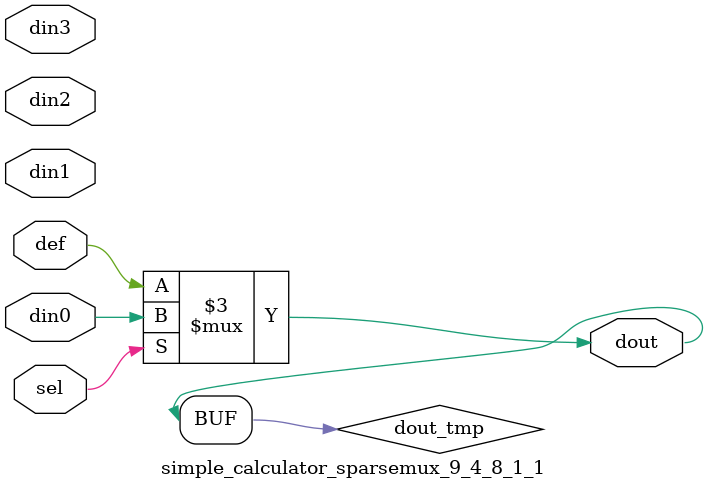
<source format=v>
`timescale 1ns / 1ps

module simple_calculator_sparsemux_9_4_8_1_1 (din0,din1,din2,din3,def,sel,dout);

parameter din0_WIDTH = 1;

parameter din1_WIDTH = 1;

parameter din2_WIDTH = 1;

parameter din3_WIDTH = 1;

parameter def_WIDTH = 1;
parameter sel_WIDTH = 1;
parameter dout_WIDTH = 1;

parameter [sel_WIDTH-1:0] CASE0 = 1;

parameter [sel_WIDTH-1:0] CASE1 = 1;

parameter [sel_WIDTH-1:0] CASE2 = 1;

parameter [sel_WIDTH-1:0] CASE3 = 1;

parameter ID = 1;
parameter NUM_STAGE = 1;



input [din0_WIDTH-1:0] din0;

input [din1_WIDTH-1:0] din1;

input [din2_WIDTH-1:0] din2;

input [din3_WIDTH-1:0] din3;

input [def_WIDTH-1:0] def;
input [sel_WIDTH-1:0] sel;

output [dout_WIDTH-1:0] dout;



reg [dout_WIDTH-1:0] dout_tmp;

always @ (*) begin
case (sel)
    
    CASE0 : dout_tmp = din0;
    
    CASE1 : dout_tmp = din1;
    
    CASE2 : dout_tmp = din2;
    
    CASE3 : dout_tmp = din3;
    
    default : dout_tmp = def;
endcase
end


assign dout = dout_tmp;



endmodule

</source>
